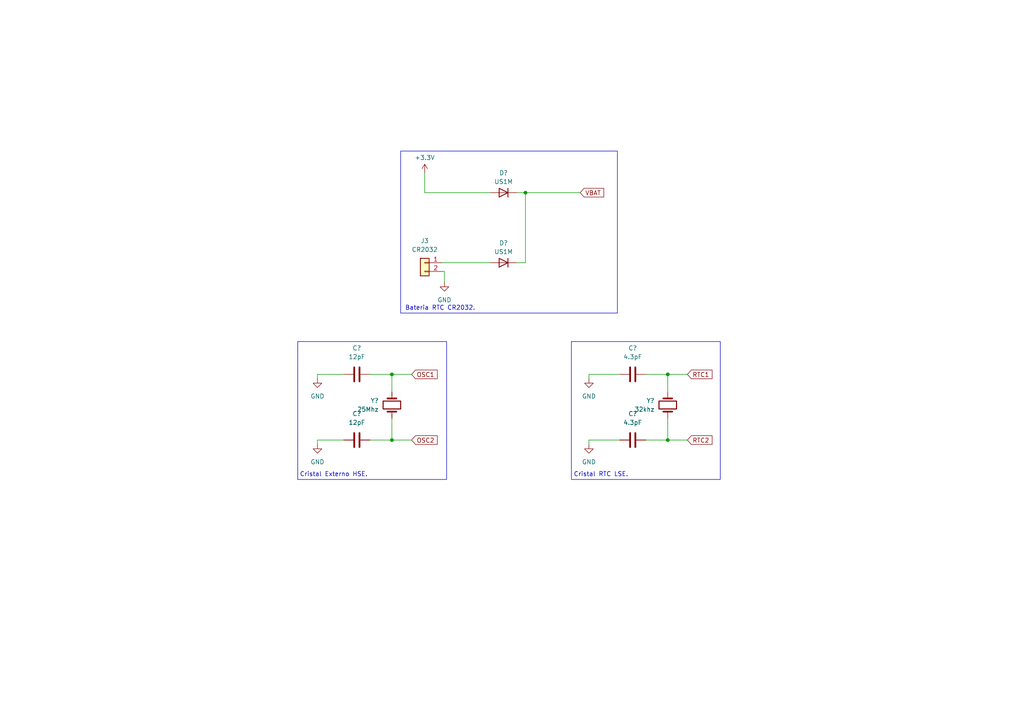
<source format=kicad_sch>
(kicad_sch (version 20230121) (generator eeschema)

  (uuid 6aa4a24b-4b11-4392-b285-6e8146a7bf4b)

  (paper "A4")

  (lib_symbols
    (symbol "Connector_Generic:Conn_01x02" (pin_names (offset 1.016) hide) (in_bom yes) (on_board yes)
      (property "Reference" "J" (at 0 2.54 0)
        (effects (font (size 1.27 1.27)))
      )
      (property "Value" "Conn_01x02" (at 0 -5.08 0)
        (effects (font (size 1.27 1.27)))
      )
      (property "Footprint" "" (at 0 0 0)
        (effects (font (size 1.27 1.27)) hide)
      )
      (property "Datasheet" "~" (at 0 0 0)
        (effects (font (size 1.27 1.27)) hide)
      )
      (property "ki_keywords" "connector" (at 0 0 0)
        (effects (font (size 1.27 1.27)) hide)
      )
      (property "ki_description" "Generic connector, single row, 01x02, script generated (kicad-library-utils/schlib/autogen/connector/)" (at 0 0 0)
        (effects (font (size 1.27 1.27)) hide)
      )
      (property "ki_fp_filters" "Connector*:*_1x??_*" (at 0 0 0)
        (effects (font (size 1.27 1.27)) hide)
      )
      (symbol "Conn_01x02_1_1"
        (rectangle (start -1.27 -2.413) (end 0 -2.667)
          (stroke (width 0.1524) (type default))
          (fill (type none))
        )
        (rectangle (start -1.27 0.127) (end 0 -0.127)
          (stroke (width 0.1524) (type default))
          (fill (type none))
        )
        (rectangle (start -1.27 1.27) (end 1.27 -3.81)
          (stroke (width 0.254) (type default))
          (fill (type background))
        )
        (pin passive line (at -5.08 0 0) (length 3.81)
          (name "Pin_1" (effects (font (size 1.27 1.27))))
          (number "1" (effects (font (size 1.27 1.27))))
        )
        (pin passive line (at -5.08 -2.54 0) (length 3.81)
          (name "Pin_2" (effects (font (size 1.27 1.27))))
          (number "2" (effects (font (size 1.27 1.27))))
        )
      )
    )
    (symbol "Device:Crystal" (pin_numbers hide) (pin_names (offset 1.016) hide) (in_bom yes) (on_board yes)
      (property "Reference" "Y" (at 0 3.81 0)
        (effects (font (size 1.27 1.27)))
      )
      (property "Value" "Crystal" (at 0 -3.81 0)
        (effects (font (size 1.27 1.27)))
      )
      (property "Footprint" "" (at 0 0 0)
        (effects (font (size 1.27 1.27)) hide)
      )
      (property "Datasheet" "~" (at 0 0 0)
        (effects (font (size 1.27 1.27)) hide)
      )
      (property "ki_keywords" "quartz ceramic resonator oscillator" (at 0 0 0)
        (effects (font (size 1.27 1.27)) hide)
      )
      (property "ki_description" "Two pin crystal" (at 0 0 0)
        (effects (font (size 1.27 1.27)) hide)
      )
      (property "ki_fp_filters" "Crystal*" (at 0 0 0)
        (effects (font (size 1.27 1.27)) hide)
      )
      (symbol "Crystal_0_1"
        (rectangle (start -1.143 2.54) (end 1.143 -2.54)
          (stroke (width 0.3048) (type default))
          (fill (type none))
        )
        (polyline
          (pts
            (xy -2.54 0)
            (xy -1.905 0)
          )
          (stroke (width 0) (type default))
          (fill (type none))
        )
        (polyline
          (pts
            (xy -1.905 -1.27)
            (xy -1.905 1.27)
          )
          (stroke (width 0.508) (type default))
          (fill (type none))
        )
        (polyline
          (pts
            (xy 1.905 -1.27)
            (xy 1.905 1.27)
          )
          (stroke (width 0.508) (type default))
          (fill (type none))
        )
        (polyline
          (pts
            (xy 2.54 0)
            (xy 1.905 0)
          )
          (stroke (width 0) (type default))
          (fill (type none))
        )
      )
      (symbol "Crystal_1_1"
        (pin passive line (at -3.81 0 0) (length 1.27)
          (name "1" (effects (font (size 1.27 1.27))))
          (number "1" (effects (font (size 1.27 1.27))))
        )
        (pin passive line (at 3.81 0 180) (length 1.27)
          (name "2" (effects (font (size 1.27 1.27))))
          (number "2" (effects (font (size 1.27 1.27))))
        )
      )
    )
    (symbol "Diode:US1M" (pin_numbers hide) (pin_names hide) (in_bom yes) (on_board yes)
      (property "Reference" "D" (at 0 2.54 0)
        (effects (font (size 1.27 1.27)))
      )
      (property "Value" "US1M" (at 0 -2.54 0)
        (effects (font (size 1.27 1.27)))
      )
      (property "Footprint" "Diode_SMD:D_SMA" (at 0 -4.445 0)
        (effects (font (size 1.27 1.27)) hide)
      )
      (property "Datasheet" "https://www.diodes.com/assets/Datasheets/ds16008.pdf" (at 0 0 0)
        (effects (font (size 1.27 1.27)) hide)
      )
      (property "Sim.Device" "D" (at 0 0 0)
        (effects (font (size 1.27 1.27)) hide)
      )
      (property "Sim.Pins" "1=K 2=A" (at 0 0 0)
        (effects (font (size 1.27 1.27)) hide)
      )
      (property "ki_keywords" "Ultra Fast" (at 0 0 0)
        (effects (font (size 1.27 1.27)) hide)
      )
      (property "ki_description" "1000V, 1A, General Purpose Rectifier Diode, SMA(DO-214AC)" (at 0 0 0)
        (effects (font (size 1.27 1.27)) hide)
      )
      (property "ki_fp_filters" "D*SMA*" (at 0 0 0)
        (effects (font (size 1.27 1.27)) hide)
      )
      (symbol "US1M_0_1"
        (polyline
          (pts
            (xy -1.27 1.27)
            (xy -1.27 -1.27)
          )
          (stroke (width 0.254) (type default))
          (fill (type none))
        )
        (polyline
          (pts
            (xy 1.27 0)
            (xy -1.27 0)
          )
          (stroke (width 0) (type default))
          (fill (type none))
        )
        (polyline
          (pts
            (xy 1.27 1.27)
            (xy 1.27 -1.27)
            (xy -1.27 0)
            (xy 1.27 1.27)
          )
          (stroke (width 0.254) (type default))
          (fill (type none))
        )
      )
      (symbol "US1M_1_1"
        (pin passive line (at -3.81 0 0) (length 2.54)
          (name "K" (effects (font (size 1.27 1.27))))
          (number "1" (effects (font (size 1.27 1.27))))
        )
        (pin passive line (at 3.81 0 180) (length 2.54)
          (name "A" (effects (font (size 1.27 1.27))))
          (number "2" (effects (font (size 1.27 1.27))))
        )
      )
    )
    (symbol "PCM_Capacitor_AKL:C_0805" (pin_numbers hide) (pin_names (offset 0.254)) (in_bom yes) (on_board yes)
      (property "Reference" "C" (at 0.635 2.54 0)
        (effects (font (size 1.27 1.27)) (justify left))
      )
      (property "Value" "C_0805" (at 0.635 -2.54 0)
        (effects (font (size 1.27 1.27)) (justify left))
      )
      (property "Footprint" "Capacitor_SMD_AKL:C_0805_2012Metric" (at 0.9652 -3.81 0)
        (effects (font (size 1.27 1.27)) hide)
      )
      (property "Datasheet" "~" (at 0 0 0)
        (effects (font (size 1.27 1.27)) hide)
      )
      (property "ki_keywords" "cap capacitor ceramic chip mlcc smd 0805" (at 0 0 0)
        (effects (font (size 1.27 1.27)) hide)
      )
      (property "ki_description" "SMD 0805 MLCC capacitor, Alternate KiCad Library" (at 0 0 0)
        (effects (font (size 1.27 1.27)) hide)
      )
      (property "ki_fp_filters" "C_*" (at 0 0 0)
        (effects (font (size 1.27 1.27)) hide)
      )
      (symbol "C_0805_0_1"
        (polyline
          (pts
            (xy -2.032 -0.762)
            (xy 2.032 -0.762)
          )
          (stroke (width 0.508) (type default))
          (fill (type none))
        )
        (polyline
          (pts
            (xy -2.032 0.762)
            (xy 2.032 0.762)
          )
          (stroke (width 0.508) (type default))
          (fill (type none))
        )
      )
      (symbol "C_0805_1_1"
        (pin passive line (at 0 3.81 270) (length 2.794)
          (name "~" (effects (font (size 1.27 1.27))))
          (number "1" (effects (font (size 1.27 1.27))))
        )
        (pin passive line (at 0 -3.81 90) (length 2.794)
          (name "~" (effects (font (size 1.27 1.27))))
          (number "2" (effects (font (size 1.27 1.27))))
        )
      )
    )
    (symbol "power:+3.3V" (power) (pin_names (offset 0)) (in_bom yes) (on_board yes)
      (property "Reference" "#PWR" (at 0 -3.81 0)
        (effects (font (size 1.27 1.27)) hide)
      )
      (property "Value" "+3.3V" (at 0 3.556 0)
        (effects (font (size 1.27 1.27)))
      )
      (property "Footprint" "" (at 0 0 0)
        (effects (font (size 1.27 1.27)) hide)
      )
      (property "Datasheet" "" (at 0 0 0)
        (effects (font (size 1.27 1.27)) hide)
      )
      (property "ki_keywords" "global power" (at 0 0 0)
        (effects (font (size 1.27 1.27)) hide)
      )
      (property "ki_description" "Power symbol creates a global label with name \"+3.3V\"" (at 0 0 0)
        (effects (font (size 1.27 1.27)) hide)
      )
      (symbol "+3.3V_0_1"
        (polyline
          (pts
            (xy -0.762 1.27)
            (xy 0 2.54)
          )
          (stroke (width 0) (type default))
          (fill (type none))
        )
        (polyline
          (pts
            (xy 0 0)
            (xy 0 2.54)
          )
          (stroke (width 0) (type default))
          (fill (type none))
        )
        (polyline
          (pts
            (xy 0 2.54)
            (xy 0.762 1.27)
          )
          (stroke (width 0) (type default))
          (fill (type none))
        )
      )
      (symbol "+3.3V_1_1"
        (pin power_in line (at 0 0 90) (length 0) hide
          (name "+3.3V" (effects (font (size 1.27 1.27))))
          (number "1" (effects (font (size 1.27 1.27))))
        )
      )
    )
    (symbol "power:GND" (power) (pin_names (offset 0)) (in_bom yes) (on_board yes)
      (property "Reference" "#PWR" (at 0 -6.35 0)
        (effects (font (size 1.27 1.27)) hide)
      )
      (property "Value" "GND" (at 0 -3.81 0)
        (effects (font (size 1.27 1.27)))
      )
      (property "Footprint" "" (at 0 0 0)
        (effects (font (size 1.27 1.27)) hide)
      )
      (property "Datasheet" "" (at 0 0 0)
        (effects (font (size 1.27 1.27)) hide)
      )
      (property "ki_keywords" "global power" (at 0 0 0)
        (effects (font (size 1.27 1.27)) hide)
      )
      (property "ki_description" "Power symbol creates a global label with name \"GND\" , ground" (at 0 0 0)
        (effects (font (size 1.27 1.27)) hide)
      )
      (symbol "GND_0_1"
        (polyline
          (pts
            (xy 0 0)
            (xy 0 -1.27)
            (xy 1.27 -1.27)
            (xy 0 -2.54)
            (xy -1.27 -1.27)
            (xy 0 -1.27)
          )
          (stroke (width 0) (type default))
          (fill (type none))
        )
      )
      (symbol "GND_1_1"
        (pin power_in line (at 0 0 270) (length 0) hide
          (name "GND" (effects (font (size 1.27 1.27))))
          (number "1" (effects (font (size 1.27 1.27))))
        )
      )
    )
  )

  (junction (at 193.675 127.635) (diameter 0) (color 0 0 0 0)
    (uuid 010b7dd2-a82a-4cd2-b499-12085582a103)
  )
  (junction (at 193.675 108.585) (diameter 0) (color 0 0 0 0)
    (uuid 13b53d52-e45a-47fd-bbee-acfbddf1fd6e)
  )
  (junction (at 152.4 55.88) (diameter 0) (color 0 0 0 0)
    (uuid 4c0c1e3e-f9cd-4d31-baa1-873113c9dc99)
  )
  (junction (at 113.665 108.585) (diameter 0) (color 0 0 0 0)
    (uuid 8ee3a05c-19d3-4256-81cd-8bb4970c5142)
  )
  (junction (at 113.665 127.635) (diameter 0) (color 0 0 0 0)
    (uuid de6c96a9-f244-4271-8920-e88ddf01bbb0)
  )

  (wire (pts (xy 113.665 121.285) (xy 113.665 127.635))
    (stroke (width 0) (type default))
    (uuid 0a5a99d4-6577-4435-896a-2131965240bf)
  )
  (wire (pts (xy 193.675 113.665) (xy 193.675 108.585))
    (stroke (width 0) (type default))
    (uuid 111bd833-8388-4d99-b256-94a99f02fd35)
  )
  (wire (pts (xy 99.695 108.585) (xy 92.075 108.585))
    (stroke (width 0) (type default))
    (uuid 12a55bb1-0f7e-4093-a78e-c9d68c396629)
  )
  (wire (pts (xy 99.695 127.635) (xy 92.075 127.635))
    (stroke (width 0) (type default))
    (uuid 13c94f76-a130-464c-bfd3-be6f164e7118)
  )
  (wire (pts (xy 123.19 50.165) (xy 123.19 55.88))
    (stroke (width 0) (type default))
    (uuid 240f1f09-ce6b-4d61-b5a9-b1b7a670eec6)
  )
  (wire (pts (xy 119.38 108.585) (xy 113.665 108.585))
    (stroke (width 0) (type default))
    (uuid 2eaebfbf-7380-4a3b-b6d8-7d0997b1fb41)
  )
  (wire (pts (xy 193.675 127.635) (xy 187.325 127.635))
    (stroke (width 0) (type default))
    (uuid 4163ad55-44bd-4fe7-91b4-139823051aa5)
  )
  (wire (pts (xy 128.27 76.2) (xy 142.24 76.2))
    (stroke (width 0) (type default))
    (uuid 4e8627a0-f71b-4754-913f-7c139a6a385b)
  )
  (wire (pts (xy 170.815 127.635) (xy 170.815 128.905))
    (stroke (width 0) (type default))
    (uuid 68629993-5574-4c4f-a0ea-0198e11d2786)
  )
  (wire (pts (xy 149.86 76.2) (xy 152.4 76.2))
    (stroke (width 0) (type default))
    (uuid 6a0e9210-a5fc-47d9-9890-598bfc361dc1)
  )
  (wire (pts (xy 152.4 55.88) (xy 168.275 55.88))
    (stroke (width 0) (type default))
    (uuid 713b3f56-1346-40e9-a029-5b5e33187ab3)
  )
  (wire (pts (xy 123.19 55.88) (xy 142.24 55.88))
    (stroke (width 0) (type default))
    (uuid 74af065a-ec83-4332-8f9f-e48f2b695c82)
  )
  (wire (pts (xy 128.27 78.74) (xy 128.905 78.74))
    (stroke (width 0) (type default))
    (uuid 7c6df070-aec2-493d-a49a-ed35fe054b78)
  )
  (wire (pts (xy 119.38 127.635) (xy 113.665 127.635))
    (stroke (width 0) (type default))
    (uuid 93385a81-31a2-42cf-b95a-7b98b8da3617)
  )
  (wire (pts (xy 92.075 127.635) (xy 92.075 128.905))
    (stroke (width 0) (type default))
    (uuid 93546b0c-b018-4762-9550-15bc98592d52)
  )
  (wire (pts (xy 199.39 127.635) (xy 193.675 127.635))
    (stroke (width 0) (type default))
    (uuid ad784c11-200c-4d0d-8a98-4e3b1758635c)
  )
  (wire (pts (xy 113.665 113.665) (xy 113.665 108.585))
    (stroke (width 0) (type default))
    (uuid b03fec8b-a1c7-4a7d-b07f-06102e397281)
  )
  (wire (pts (xy 179.705 127.635) (xy 170.815 127.635))
    (stroke (width 0) (type default))
    (uuid b2a82b0c-c04a-4a9c-9597-25e189392fa0)
  )
  (wire (pts (xy 179.705 108.585) (xy 170.815 108.585))
    (stroke (width 0) (type default))
    (uuid b3f6963a-2cd3-4e1c-a24b-f671a353d2bb)
  )
  (wire (pts (xy 193.675 121.285) (xy 193.675 127.635))
    (stroke (width 0) (type default))
    (uuid c16105a4-c7f7-435f-8e1d-65f04ce0e25a)
  )
  (wire (pts (xy 128.905 78.74) (xy 128.905 81.915))
    (stroke (width 0) (type default))
    (uuid c8692c94-bd83-414a-944d-320c2840b33c)
  )
  (wire (pts (xy 113.665 127.635) (xy 107.315 127.635))
    (stroke (width 0) (type default))
    (uuid c9c14d52-9638-4c2f-9e48-15103e3939cb)
  )
  (wire (pts (xy 113.665 108.585) (xy 107.315 108.585))
    (stroke (width 0) (type default))
    (uuid cd1b99c8-035d-470a-bc03-ca896a97e411)
  )
  (wire (pts (xy 199.39 108.585) (xy 193.675 108.585))
    (stroke (width 0) (type default))
    (uuid ce6bed8b-7fb1-4ab1-a170-560c60c8c57a)
  )
  (wire (pts (xy 152.4 76.2) (xy 152.4 55.88))
    (stroke (width 0) (type default))
    (uuid e47477f1-82f0-4c9c-b1b8-be8d62bb321f)
  )
  (wire (pts (xy 92.075 108.585) (xy 92.075 109.855))
    (stroke (width 0) (type default))
    (uuid e493d176-32f6-40c3-b2eb-f706cc1535e1)
  )
  (wire (pts (xy 170.815 108.585) (xy 170.815 109.855))
    (stroke (width 0) (type default))
    (uuid e63c4d9f-b8c1-4dda-91eb-dd8c43b09e1a)
  )
  (wire (pts (xy 149.86 55.88) (xy 152.4 55.88))
    (stroke (width 0) (type default))
    (uuid f64387ed-3646-4732-a454-834fc4fedae4)
  )
  (wire (pts (xy 193.675 108.585) (xy 187.325 108.585))
    (stroke (width 0) (type default))
    (uuid f8abaf5d-0017-45d3-9d4d-e2a0105a8881)
  )

  (rectangle (start 86.36 99.06) (end 129.54 139.065)
    (stroke (width 0) (type default))
    (fill (type none))
    (uuid 38c81bce-2a81-44ef-8754-48bb6224395c)
  )
  (rectangle (start 165.735 99.06) (end 208.915 139.065)
    (stroke (width 0) (type default))
    (fill (type none))
    (uuid 47b57e88-c760-423d-99dc-5eed1ec58cd4)
  )
  (rectangle (start 116.205 43.815) (end 179.07 90.805)
    (stroke (width 0) (type default))
    (fill (type none))
    (uuid 5859463a-ed00-4bd3-ac79-7d2b6a5cd7a3)
  )

  (text "Bateria RTC CR2032.\n" (at 117.475 90.17 0)
    (effects (font (size 1.27 1.27)) (justify left bottom))
    (uuid 069e7fb9-8a5d-4fab-b561-97fb1c34ded7)
  )
  (text "Cristal RTC LSE." (at 182.245 138.43 0)
    (effects (font (size 1.27 1.27)) (justify right bottom))
    (uuid 65f47ded-765d-4165-87fb-c90d470a0e61)
  )
  (text "Cristal Externo HSE." (at 106.68 138.43 0)
    (effects (font (size 1.27 1.27)) (justify right bottom))
    (uuid 6c6ff1b4-afa4-4ff8-a478-532d1295d705)
  )

  (global_label "RTC2" (shape input) (at 199.39 127.635 0) (fields_autoplaced)
    (effects (font (size 1.27 1.27)) (justify left))
    (uuid 06433fcd-0016-4d21-828c-5ebcbccac6bc)
    (property "Intersheetrefs" "${INTERSHEET_REFS}" (at 207.0923 127.635 0)
      (effects (font (size 1.27 1.27)) (justify left) hide)
    )
  )
  (global_label "OSC1" (shape input) (at 119.38 108.585 0) (fields_autoplaced)
    (effects (font (size 1.27 1.27)) (justify left))
    (uuid 5fad82da-5f35-4642-9d0c-9cc3f818d156)
    (property "Intersheetrefs" "${INTERSHEET_REFS}" (at 127.3847 108.585 0)
      (effects (font (size 1.27 1.27)) (justify left) hide)
    )
  )
  (global_label "OSC2" (shape input) (at 119.38 127.635 0) (fields_autoplaced)
    (effects (font (size 1.27 1.27)) (justify left))
    (uuid 6b096d50-d83b-4999-90c4-6038d8e07744)
    (property "Intersheetrefs" "${INTERSHEET_REFS}" (at 127.3847 127.635 0)
      (effects (font (size 1.27 1.27)) (justify left) hide)
    )
  )
  (global_label "RTC1" (shape input) (at 199.39 108.585 0) (fields_autoplaced)
    (effects (font (size 1.27 1.27)) (justify left))
    (uuid a0f8f79e-c189-4db0-bb31-cd37dd153b60)
    (property "Intersheetrefs" "${INTERSHEET_REFS}" (at 207.0923 108.585 0)
      (effects (font (size 1.27 1.27)) (justify left) hide)
    )
  )
  (global_label "VBAT" (shape input) (at 168.275 55.88 0) (fields_autoplaced)
    (effects (font (size 1.27 1.27)) (justify left))
    (uuid ad4ecba6-0418-425f-bfee-4fe5bd8dd37f)
    (property "Intersheetrefs" "${INTERSHEET_REFS}" (at 175.675 55.88 0)
      (effects (font (size 1.27 1.27)) (justify left) hide)
    )
  )

  (symbol (lib_id "PCM_Capacitor_AKL:C_0805") (at 183.515 127.635 90) (mirror x) (unit 1)
    (in_bom yes) (on_board yes) (dnp no) (fields_autoplaced)
    (uuid 0b4d8a07-4a2f-405f-bda8-306dfbe28fd2)
    (property "Reference" "C?" (at 183.515 120.015 90)
      (effects (font (size 1.27 1.27)))
    )
    (property "Value" "4.3pF" (at 183.515 122.555 90)
      (effects (font (size 1.27 1.27)))
    )
    (property "Footprint" "Capacitor_SMD:C_0805_2012Metric_Pad1.18x1.45mm_HandSolder" (at 187.325 128.6002 0)
      (effects (font (size 1.27 1.27)) hide)
    )
    (property "Datasheet" "~" (at 183.515 127.635 0)
      (effects (font (size 1.27 1.27)) hide)
    )
    (pin "1" (uuid 670aa912-4779-4b81-bc5b-d930332754e6))
    (pin "2" (uuid 3dc82ab3-111c-4812-8192-37da55761594))
    (instances
      (project "CPU Stm32"
        (path "/0882ad57-6d26-4cfc-9dea-dd977232d729"
          (reference "C?") (unit 1)
        )
        (path "/0882ad57-6d26-4cfc-9dea-dd977232d729/a7484047-0327-4646-bb8d-d79b1e2bada5"
          (reference "C?") (unit 1)
        )
      )
      (project "CPU Stm32G431"
        (path "/4e4d72d5-dbdc-4a76-9ce2-f5a97f8267d2/a7484047-0327-4646-bb8d-d79b1e2bada5"
          (reference "C4") (unit 1)
        )
      )
      (project "Osc"
        (path "/72b389e7-98e7-4fdb-995e-af4c6ce73fc8"
          (reference "C?") (unit 1)
        )
      )
      (project "iSTF"
        (path "/79723a73-3554-4e03-b4e9-c3853a47663c/7247f44b-2782-4dad-9b64-dd8cd8e678c8"
          (reference "C14") (unit 1)
        )
      )
    )
  )

  (symbol (lib_id "Diode:US1M") (at 146.05 55.88 180) (unit 1)
    (in_bom yes) (on_board yes) (dnp no) (fields_autoplaced)
    (uuid 2e53cd0d-7da2-447c-87df-7d7cbe8eeca6)
    (property "Reference" "D?" (at 146.05 50.165 0)
      (effects (font (size 1.27 1.27)))
    )
    (property "Value" "US1M" (at 146.05 52.705 0)
      (effects (font (size 1.27 1.27)))
    )
    (property "Footprint" "Diode_SMD:D_SMA" (at 146.05 51.435 0)
      (effects (font (size 1.27 1.27)) hide)
    )
    (property "Datasheet" "https://www.diodes.com/assets/Datasheets/ds16008.pdf" (at 146.05 55.88 0)
      (effects (font (size 1.27 1.27)) hide)
    )
    (property "Sim.Device" "D" (at 146.05 55.88 0)
      (effects (font (size 1.27 1.27)) hide)
    )
    (property "Sim.Pins" "1=K 2=A" (at 146.05 55.88 0)
      (effects (font (size 1.27 1.27)) hide)
    )
    (pin "1" (uuid 8503564b-aa0a-463e-b26f-211fc1f11c83))
    (pin "2" (uuid d88d3300-fd2b-49ad-b379-2f2c426e01b7))
    (instances
      (project "CPU Stm32"
        (path "/0882ad57-6d26-4cfc-9dea-dd977232d729/a7484047-0327-4646-bb8d-d79b1e2bada5"
          (reference "D?") (unit 1)
        )
      )
      (project "CPU Stm32G431"
        (path "/4e4d72d5-dbdc-4a76-9ce2-f5a97f8267d2/a7484047-0327-4646-bb8d-d79b1e2bada5"
          (reference "D1") (unit 1)
        )
      )
      (project "Osc"
        (path "/72b389e7-98e7-4fdb-995e-af4c6ce73fc8"
          (reference "D?") (unit 1)
        )
      )
      (project "iSTF"
        (path "/79723a73-3554-4e03-b4e9-c3853a47663c/7247f44b-2782-4dad-9b64-dd8cd8e678c8"
          (reference "D2") (unit 1)
        )
      )
    )
  )

  (symbol (lib_id "Device:Crystal") (at 113.665 117.475 90) (mirror x) (unit 1)
    (in_bom yes) (on_board yes) (dnp no) (fields_autoplaced)
    (uuid 3352d717-cb5e-4b12-b316-98fc9370fb13)
    (property "Reference" "Y?" (at 109.855 116.205 90)
      (effects (font (size 1.27 1.27)) (justify left))
    )
    (property "Value" "25Mhz" (at 109.855 118.745 90)
      (effects (font (size 1.27 1.27)) (justify left))
    )
    (property "Footprint" "Crystal:Crystal_HC49-4H_Vertical" (at 113.665 117.475 0)
      (effects (font (size 1.27 1.27)) hide)
    )
    (property "Datasheet" "~" (at 113.665 117.475 0)
      (effects (font (size 1.27 1.27)) hide)
    )
    (pin "1" (uuid 39c08d27-c4d5-42d5-a7f9-cac6291404f4))
    (pin "2" (uuid ed3bd8e3-faf2-45ee-a8ae-894eef0a727c))
    (instances
      (project "CPU Stm32"
        (path "/0882ad57-6d26-4cfc-9dea-dd977232d729"
          (reference "Y?") (unit 1)
        )
        (path "/0882ad57-6d26-4cfc-9dea-dd977232d729/a7484047-0327-4646-bb8d-d79b1e2bada5"
          (reference "Y?") (unit 1)
        )
      )
      (project "CPU Stm32G431"
        (path "/4e4d72d5-dbdc-4a76-9ce2-f5a97f8267d2/a7484047-0327-4646-bb8d-d79b1e2bada5"
          (reference "Y1") (unit 1)
        )
      )
      (project "Osc"
        (path "/72b389e7-98e7-4fdb-995e-af4c6ce73fc8"
          (reference "Y?") (unit 1)
        )
      )
      (project "iSTF"
        (path "/79723a73-3554-4e03-b4e9-c3853a47663c/7247f44b-2782-4dad-9b64-dd8cd8e678c8"
          (reference "Y1") (unit 1)
        )
      )
    )
  )

  (symbol (lib_id "power:+3.3V") (at 123.19 50.165 0) (unit 1)
    (in_bom yes) (on_board yes) (dnp no) (fields_autoplaced)
    (uuid 43ce82a2-3c4a-4fb0-8978-3e543a43944b)
    (property "Reference" "#PWR?" (at 123.19 53.975 0)
      (effects (font (size 1.27 1.27)) hide)
    )
    (property "Value" "+3.3V" (at 123.19 45.72 0)
      (effects (font (size 1.27 1.27)))
    )
    (property "Footprint" "" (at 123.19 50.165 0)
      (effects (font (size 1.27 1.27)) hide)
    )
    (property "Datasheet" "" (at 123.19 50.165 0)
      (effects (font (size 1.27 1.27)) hide)
    )
    (pin "1" (uuid 37dce37d-60d5-4681-89a8-79449b24b35e))
    (instances
      (project "CPU Stm32"
        (path "/0882ad57-6d26-4cfc-9dea-dd977232d729"
          (reference "#PWR?") (unit 1)
        )
        (path "/0882ad57-6d26-4cfc-9dea-dd977232d729/a7484047-0327-4646-bb8d-d79b1e2bada5"
          (reference "#PWR?") (unit 1)
        )
      )
      (project "CPU Stm32G431"
        (path "/4e4d72d5-dbdc-4a76-9ce2-f5a97f8267d2/a7484047-0327-4646-bb8d-d79b1e2bada5"
          (reference "#PWR03") (unit 1)
        )
      )
      (project "Osc"
        (path "/72b389e7-98e7-4fdb-995e-af4c6ce73fc8"
          (reference "#PWR?") (unit 1)
        )
      )
      (project "iSTF"
        (path "/79723a73-3554-4e03-b4e9-c3853a47663c/7247f44b-2782-4dad-9b64-dd8cd8e678c8"
          (reference "#PWR08") (unit 1)
        )
      )
    )
  )

  (symbol (lib_id "power:GND") (at 92.075 109.855 0) (mirror y) (unit 1)
    (in_bom yes) (on_board yes) (dnp no) (fields_autoplaced)
    (uuid 512df272-b1b5-4aec-9d7f-80bf4cebfcd2)
    (property "Reference" "#PWR?" (at 92.075 116.205 0)
      (effects (font (size 1.27 1.27)) hide)
    )
    (property "Value" "GND" (at 92.075 114.935 0)
      (effects (font (size 1.27 1.27)))
    )
    (property "Footprint" "" (at 92.075 109.855 0)
      (effects (font (size 1.27 1.27)) hide)
    )
    (property "Datasheet" "" (at 92.075 109.855 0)
      (effects (font (size 1.27 1.27)) hide)
    )
    (pin "1" (uuid 93ab7fad-92dd-4b08-ae38-fe98357d4457))
    (instances
      (project "CPU Stm32"
        (path "/0882ad57-6d26-4cfc-9dea-dd977232d729"
          (reference "#PWR?") (unit 1)
        )
        (path "/0882ad57-6d26-4cfc-9dea-dd977232d729/a7484047-0327-4646-bb8d-d79b1e2bada5"
          (reference "#PWR?") (unit 1)
        )
      )
      (project "CPU Stm32G431"
        (path "/4e4d72d5-dbdc-4a76-9ce2-f5a97f8267d2/a7484047-0327-4646-bb8d-d79b1e2bada5"
          (reference "#PWR01") (unit 1)
        )
      )
      (project "Osc"
        (path "/72b389e7-98e7-4fdb-995e-af4c6ce73fc8"
          (reference "#PWR?") (unit 1)
        )
      )
      (project "iSTF"
        (path "/79723a73-3554-4e03-b4e9-c3853a47663c/7247f44b-2782-4dad-9b64-dd8cd8e678c8"
          (reference "#PWR06") (unit 1)
        )
      )
    )
  )

  (symbol (lib_id "Connector_Generic:Conn_01x02") (at 123.19 76.2 0) (mirror y) (unit 1)
    (in_bom yes) (on_board yes) (dnp no) (fields_autoplaced)
    (uuid 55d708aa-591e-4521-be92-88f2927b94f8)
    (property "Reference" "J3" (at 123.19 69.85 0)
      (effects (font (size 1.27 1.27)))
    )
    (property "Value" "CR2032" (at 123.19 72.39 0)
      (effects (font (size 1.27 1.27)))
    )
    (property "Footprint" "Battery:BatteryHolder_ComfortableElectronic_CH273-2450_1x2450" (at 123.19 76.2 0)
      (effects (font (size 1.27 1.27)) hide)
    )
    (property "Datasheet" "~" (at 123.19 76.2 0)
      (effects (font (size 1.27 1.27)) hide)
    )
    (pin "1" (uuid 673264b5-bbff-429b-9396-d9da704998c4))
    (pin "2" (uuid 3c5b0977-8b13-4a6e-b8b2-8bd3278aea07))
    (instances
      (project "iSTF"
        (path "/79723a73-3554-4e03-b4e9-c3853a47663c/7247f44b-2782-4dad-9b64-dd8cd8e678c8"
          (reference "J3") (unit 1)
        )
      )
    )
  )

  (symbol (lib_id "Diode:US1M") (at 146.05 76.2 180) (unit 1)
    (in_bom yes) (on_board yes) (dnp no) (fields_autoplaced)
    (uuid 725c012c-fe9f-4fc0-bd24-c2a94bae78a2)
    (property "Reference" "D?" (at 146.05 70.485 0)
      (effects (font (size 1.27 1.27)))
    )
    (property "Value" "US1M" (at 146.05 73.025 0)
      (effects (font (size 1.27 1.27)))
    )
    (property "Footprint" "Diode_SMD:D_SMA" (at 146.05 71.755 0)
      (effects (font (size 1.27 1.27)) hide)
    )
    (property "Datasheet" "https://www.diodes.com/assets/Datasheets/ds16008.pdf" (at 146.05 76.2 0)
      (effects (font (size 1.27 1.27)) hide)
    )
    (property "Sim.Device" "D" (at 146.05 76.2 0)
      (effects (font (size 1.27 1.27)) hide)
    )
    (property "Sim.Pins" "1=K 2=A" (at 146.05 76.2 0)
      (effects (font (size 1.27 1.27)) hide)
    )
    (pin "1" (uuid 83c50281-07c2-4c1c-b1c7-c7282d75be0f))
    (pin "2" (uuid 1b39affb-1ae1-4255-89e1-4e196fca1aba))
    (instances
      (project "CPU Stm32"
        (path "/0882ad57-6d26-4cfc-9dea-dd977232d729/a7484047-0327-4646-bb8d-d79b1e2bada5"
          (reference "D?") (unit 1)
        )
      )
      (project "CPU Stm32G431"
        (path "/4e4d72d5-dbdc-4a76-9ce2-f5a97f8267d2/a7484047-0327-4646-bb8d-d79b1e2bada5"
          (reference "D2") (unit 1)
        )
      )
      (project "Osc"
        (path "/72b389e7-98e7-4fdb-995e-af4c6ce73fc8"
          (reference "D?") (unit 1)
        )
      )
      (project "iSTF"
        (path "/79723a73-3554-4e03-b4e9-c3853a47663c/7247f44b-2782-4dad-9b64-dd8cd8e678c8"
          (reference "D3") (unit 1)
        )
      )
    )
  )

  (symbol (lib_id "Device:Crystal") (at 193.675 117.475 90) (mirror x) (unit 1)
    (in_bom yes) (on_board yes) (dnp no) (fields_autoplaced)
    (uuid 82336b9a-86b1-4cfa-a4ef-1d06b8770e24)
    (property "Reference" "Y?" (at 189.865 116.205 90)
      (effects (font (size 1.27 1.27)) (justify left))
    )
    (property "Value" "32khz" (at 189.865 118.745 90)
      (effects (font (size 1.27 1.27)) (justify left))
    )
    (property "Footprint" "Crystal:Crystal_SMD_SeikoEpson_MC306-4Pin_8.0x3.2mm" (at 193.675 117.475 0)
      (effects (font (size 1.27 1.27)) hide)
    )
    (property "Datasheet" "~" (at 193.675 117.475 0)
      (effects (font (size 1.27 1.27)) hide)
    )
    (pin "1" (uuid dfe59814-e384-478b-80bc-365fe031394f))
    (pin "2" (uuid 8d1bb521-aba0-422a-aa92-1d250e490eab))
    (instances
      (project "CPU Stm32"
        (path "/0882ad57-6d26-4cfc-9dea-dd977232d729"
          (reference "Y?") (unit 1)
        )
        (path "/0882ad57-6d26-4cfc-9dea-dd977232d729/a7484047-0327-4646-bb8d-d79b1e2bada5"
          (reference "Y?") (unit 1)
        )
      )
      (project "CPU Stm32G431"
        (path "/4e4d72d5-dbdc-4a76-9ce2-f5a97f8267d2/a7484047-0327-4646-bb8d-d79b1e2bada5"
          (reference "Y2") (unit 1)
        )
      )
      (project "Osc"
        (path "/72b389e7-98e7-4fdb-995e-af4c6ce73fc8"
          (reference "Y?") (unit 1)
        )
      )
      (project "iSTF"
        (path "/79723a73-3554-4e03-b4e9-c3853a47663c/7247f44b-2782-4dad-9b64-dd8cd8e678c8"
          (reference "Y2") (unit 1)
        )
      )
    )
  )

  (symbol (lib_id "power:GND") (at 170.815 128.905 0) (mirror y) (unit 1)
    (in_bom yes) (on_board yes) (dnp no) (fields_autoplaced)
    (uuid ac9f7938-837f-4a93-96f5-105353640a95)
    (property "Reference" "#PWR?" (at 170.815 135.255 0)
      (effects (font (size 1.27 1.27)) hide)
    )
    (property "Value" "GND" (at 170.815 133.985 0)
      (effects (font (size 1.27 1.27)))
    )
    (property "Footprint" "" (at 170.815 128.905 0)
      (effects (font (size 1.27 1.27)) hide)
    )
    (property "Datasheet" "" (at 170.815 128.905 0)
      (effects (font (size 1.27 1.27)) hide)
    )
    (pin "1" (uuid 74a4ac59-e456-4555-940a-41e0d74750cd))
    (instances
      (project "CPU Stm32"
        (path "/0882ad57-6d26-4cfc-9dea-dd977232d729"
          (reference "#PWR?") (unit 1)
        )
        (path "/0882ad57-6d26-4cfc-9dea-dd977232d729/a7484047-0327-4646-bb8d-d79b1e2bada5"
          (reference "#PWR?") (unit 1)
        )
      )
      (project "CPU Stm32G431"
        (path "/4e4d72d5-dbdc-4a76-9ce2-f5a97f8267d2/a7484047-0327-4646-bb8d-d79b1e2bada5"
          (reference "#PWR05") (unit 1)
        )
      )
      (project "Osc"
        (path "/72b389e7-98e7-4fdb-995e-af4c6ce73fc8"
          (reference "#PWR?") (unit 1)
        )
      )
      (project "iSTF"
        (path "/79723a73-3554-4e03-b4e9-c3853a47663c/7247f44b-2782-4dad-9b64-dd8cd8e678c8"
          (reference "#PWR010") (unit 1)
        )
      )
    )
  )

  (symbol (lib_id "power:GND") (at 170.815 109.855 0) (mirror y) (unit 1)
    (in_bom yes) (on_board yes) (dnp no) (fields_autoplaced)
    (uuid c4a9c256-5dce-4037-92a4-3a9a4d350890)
    (property "Reference" "#PWR?" (at 170.815 116.205 0)
      (effects (font (size 1.27 1.27)) hide)
    )
    (property "Value" "GND" (at 170.815 114.935 0)
      (effects (font (size 1.27 1.27)))
    )
    (property "Footprint" "" (at 170.815 109.855 0)
      (effects (font (size 1.27 1.27)) hide)
    )
    (property "Datasheet" "" (at 170.815 109.855 0)
      (effects (font (size 1.27 1.27)) hide)
    )
    (pin "1" (uuid e98f738c-6402-4ddb-831f-9a163571d005))
    (instances
      (project "CPU Stm32"
        (path "/0882ad57-6d26-4cfc-9dea-dd977232d729"
          (reference "#PWR?") (unit 1)
        )
        (path "/0882ad57-6d26-4cfc-9dea-dd977232d729/a7484047-0327-4646-bb8d-d79b1e2bada5"
          (reference "#PWR?") (unit 1)
        )
      )
      (project "CPU Stm32G431"
        (path "/4e4d72d5-dbdc-4a76-9ce2-f5a97f8267d2/a7484047-0327-4646-bb8d-d79b1e2bada5"
          (reference "#PWR04") (unit 1)
        )
      )
      (project "Osc"
        (path "/72b389e7-98e7-4fdb-995e-af4c6ce73fc8"
          (reference "#PWR?") (unit 1)
        )
      )
      (project "iSTF"
        (path "/79723a73-3554-4e03-b4e9-c3853a47663c/7247f44b-2782-4dad-9b64-dd8cd8e678c8"
          (reference "#PWR09") (unit 1)
        )
      )
    )
  )

  (symbol (lib_id "PCM_Capacitor_AKL:C_0805") (at 183.515 108.585 90) (mirror x) (unit 1)
    (in_bom yes) (on_board yes) (dnp no) (fields_autoplaced)
    (uuid c60dc1e8-29fb-4ac6-bebd-48f506708fff)
    (property "Reference" "C?" (at 183.515 100.965 90)
      (effects (font (size 1.27 1.27)))
    )
    (property "Value" "4.3pF" (at 183.515 103.505 90)
      (effects (font (size 1.27 1.27)))
    )
    (property "Footprint" "Capacitor_SMD:C_0805_2012Metric_Pad1.18x1.45mm_HandSolder" (at 187.325 109.5502 0)
      (effects (font (size 1.27 1.27)) hide)
    )
    (property "Datasheet" "~" (at 183.515 108.585 0)
      (effects (font (size 1.27 1.27)) hide)
    )
    (pin "1" (uuid 5ef01393-5a3d-47a3-b719-1bfa2a07dd48))
    (pin "2" (uuid 6720f4f3-7e64-4c10-b0d0-e61ede9d185f))
    (instances
      (project "CPU Stm32"
        (path "/0882ad57-6d26-4cfc-9dea-dd977232d729"
          (reference "C?") (unit 1)
        )
        (path "/0882ad57-6d26-4cfc-9dea-dd977232d729/a7484047-0327-4646-bb8d-d79b1e2bada5"
          (reference "C?") (unit 1)
        )
      )
      (project "CPU Stm32G431"
        (path "/4e4d72d5-dbdc-4a76-9ce2-f5a97f8267d2/a7484047-0327-4646-bb8d-d79b1e2bada5"
          (reference "C3") (unit 1)
        )
      )
      (project "Osc"
        (path "/72b389e7-98e7-4fdb-995e-af4c6ce73fc8"
          (reference "C?") (unit 1)
        )
      )
      (project "iSTF"
        (path "/79723a73-3554-4e03-b4e9-c3853a47663c/7247f44b-2782-4dad-9b64-dd8cd8e678c8"
          (reference "C13") (unit 1)
        )
      )
    )
  )

  (symbol (lib_id "power:GND") (at 92.075 128.905 0) (mirror y) (unit 1)
    (in_bom yes) (on_board yes) (dnp no) (fields_autoplaced)
    (uuid ce737983-43dc-4eca-9044-d5235c938b89)
    (property "Reference" "#PWR?" (at 92.075 135.255 0)
      (effects (font (size 1.27 1.27)) hide)
    )
    (property "Value" "GND" (at 92.075 133.985 0)
      (effects (font (size 1.27 1.27)))
    )
    (property "Footprint" "" (at 92.075 128.905 0)
      (effects (font (size 1.27 1.27)) hide)
    )
    (property "Datasheet" "" (at 92.075 128.905 0)
      (effects (font (size 1.27 1.27)) hide)
    )
    (pin "1" (uuid 95519c5a-96c3-47dc-bc51-a180bf0bdcd8))
    (instances
      (project "CPU Stm32"
        (path "/0882ad57-6d26-4cfc-9dea-dd977232d729"
          (reference "#PWR?") (unit 1)
        )
        (path "/0882ad57-6d26-4cfc-9dea-dd977232d729/a7484047-0327-4646-bb8d-d79b1e2bada5"
          (reference "#PWR?") (unit 1)
        )
      )
      (project "CPU Stm32G431"
        (path "/4e4d72d5-dbdc-4a76-9ce2-f5a97f8267d2/a7484047-0327-4646-bb8d-d79b1e2bada5"
          (reference "#PWR02") (unit 1)
        )
      )
      (project "Osc"
        (path "/72b389e7-98e7-4fdb-995e-af4c6ce73fc8"
          (reference "#PWR?") (unit 1)
        )
      )
      (project "iSTF"
        (path "/79723a73-3554-4e03-b4e9-c3853a47663c/7247f44b-2782-4dad-9b64-dd8cd8e678c8"
          (reference "#PWR07") (unit 1)
        )
      )
    )
  )

  (symbol (lib_id "PCM_Capacitor_AKL:C_0805") (at 103.505 108.585 90) (mirror x) (unit 1)
    (in_bom yes) (on_board yes) (dnp no) (fields_autoplaced)
    (uuid dfe3944b-f4bc-404f-b655-9f0e2591d6ab)
    (property "Reference" "C?" (at 103.505 100.965 90)
      (effects (font (size 1.27 1.27)))
    )
    (property "Value" "12pF" (at 103.505 103.505 90)
      (effects (font (size 1.27 1.27)))
    )
    (property "Footprint" "Capacitor_SMD:C_0805_2012Metric_Pad1.18x1.45mm_HandSolder" (at 107.315 109.5502 0)
      (effects (font (size 1.27 1.27)) hide)
    )
    (property "Datasheet" "~" (at 103.505 108.585 0)
      (effects (font (size 1.27 1.27)) hide)
    )
    (pin "1" (uuid d591c49f-8b89-42b1-b368-21f55030f072))
    (pin "2" (uuid 084c6cfa-caf1-4000-b1e6-fc9ab1fddecf))
    (instances
      (project "CPU Stm32"
        (path "/0882ad57-6d26-4cfc-9dea-dd977232d729"
          (reference "C?") (unit 1)
        )
        (path "/0882ad57-6d26-4cfc-9dea-dd977232d729/a7484047-0327-4646-bb8d-d79b1e2bada5"
          (reference "C?") (unit 1)
        )
      )
      (project "CPU Stm32G431"
        (path "/4e4d72d5-dbdc-4a76-9ce2-f5a97f8267d2/a7484047-0327-4646-bb8d-d79b1e2bada5"
          (reference "C1") (unit 1)
        )
      )
      (project "Osc"
        (path "/72b389e7-98e7-4fdb-995e-af4c6ce73fc8"
          (reference "C?") (unit 1)
        )
      )
      (project "iSTF"
        (path "/79723a73-3554-4e03-b4e9-c3853a47663c/7247f44b-2782-4dad-9b64-dd8cd8e678c8"
          (reference "C11") (unit 1)
        )
      )
    )
  )

  (symbol (lib_id "PCM_Capacitor_AKL:C_0805") (at 103.505 127.635 90) (mirror x) (unit 1)
    (in_bom yes) (on_board yes) (dnp no) (fields_autoplaced)
    (uuid e3d8f6fe-fe21-440f-96d3-632f38156054)
    (property "Reference" "C?" (at 103.505 120.015 90)
      (effects (font (size 1.27 1.27)))
    )
    (property "Value" "12pF" (at 103.505 122.555 90)
      (effects (font (size 1.27 1.27)))
    )
    (property "Footprint" "Capacitor_SMD:C_0805_2012Metric_Pad1.18x1.45mm_HandSolder" (at 107.315 128.6002 0)
      (effects (font (size 1.27 1.27)) hide)
    )
    (property "Datasheet" "~" (at 103.505 127.635 0)
      (effects (font (size 1.27 1.27)) hide)
    )
    (pin "1" (uuid e5c31118-e862-45c2-b936-87defdc33592))
    (pin "2" (uuid 54845663-c650-4e1b-b7d2-44d607417806))
    (instances
      (project "CPU Stm32"
        (path "/0882ad57-6d26-4cfc-9dea-dd977232d729"
          (reference "C?") (unit 1)
        )
        (path "/0882ad57-6d26-4cfc-9dea-dd977232d729/a7484047-0327-4646-bb8d-d79b1e2bada5"
          (reference "C?") (unit 1)
        )
      )
      (project "CPU Stm32G431"
        (path "/4e4d72d5-dbdc-4a76-9ce2-f5a97f8267d2/a7484047-0327-4646-bb8d-d79b1e2bada5"
          (reference "C2") (unit 1)
        )
      )
      (project "Osc"
        (path "/72b389e7-98e7-4fdb-995e-af4c6ce73fc8"
          (reference "C?") (unit 1)
        )
      )
      (project "iSTF"
        (path "/79723a73-3554-4e03-b4e9-c3853a47663c/7247f44b-2782-4dad-9b64-dd8cd8e678c8"
          (reference "C12") (unit 1)
        )
      )
    )
  )

  (symbol (lib_id "power:GND") (at 128.905 81.915 0) (mirror y) (unit 1)
    (in_bom yes) (on_board yes) (dnp no) (fields_autoplaced)
    (uuid f0fa91bc-fb01-42fb-a029-7764c6b4fcde)
    (property "Reference" "#PWR?" (at 128.905 88.265 0)
      (effects (font (size 1.27 1.27)) hide)
    )
    (property "Value" "GND" (at 128.905 86.995 0)
      (effects (font (size 1.27 1.27)))
    )
    (property "Footprint" "" (at 128.905 81.915 0)
      (effects (font (size 1.27 1.27)) hide)
    )
    (property "Datasheet" "" (at 128.905 81.915 0)
      (effects (font (size 1.27 1.27)) hide)
    )
    (pin "1" (uuid cc18abbf-57e4-46a8-a163-d787dfb995de))
    (instances
      (project "CPU Stm32"
        (path "/0882ad57-6d26-4cfc-9dea-dd977232d729"
          (reference "#PWR?") (unit 1)
        )
        (path "/0882ad57-6d26-4cfc-9dea-dd977232d729/a7484047-0327-4646-bb8d-d79b1e2bada5"
          (reference "#PWR?") (unit 1)
        )
      )
      (project "CPU Stm32G431"
        (path "/4e4d72d5-dbdc-4a76-9ce2-f5a97f8267d2/a7484047-0327-4646-bb8d-d79b1e2bada5"
          (reference "#PWR02") (unit 1)
        )
      )
      (project "Osc"
        (path "/72b389e7-98e7-4fdb-995e-af4c6ce73fc8"
          (reference "#PWR?") (unit 1)
        )
      )
      (project "iSTF"
        (path "/79723a73-3554-4e03-b4e9-c3853a47663c/7247f44b-2782-4dad-9b64-dd8cd8e678c8"
          (reference "#PWR037") (unit 1)
        )
      )
    )
  )
)

</source>
